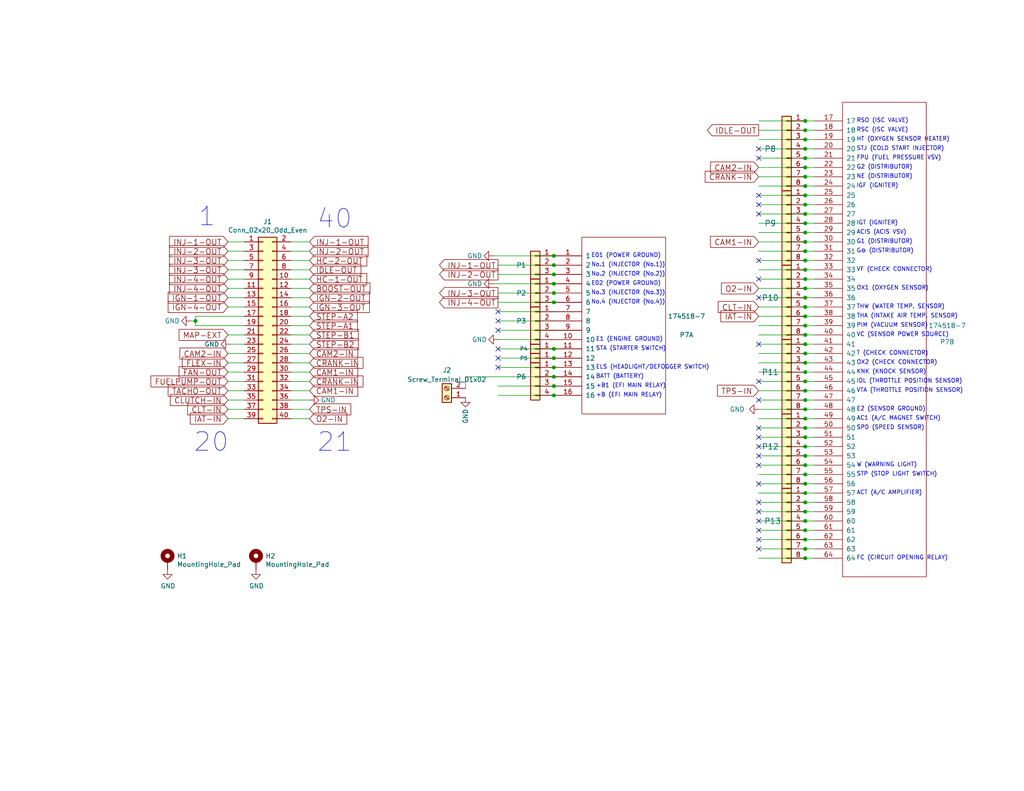
<source format=kicad_sch>
(kicad_sch (version 20211123) (generator eeschema)
  (paper "A")
  (title_block (title "Speeduino 1990 R1 3S-GE ECU adapter by Jules van den Aker") (date "2017-02-05"))
  (lib_symbols
    (symbol "0174518-07:0174518-07" (pin_names (offset 1.016))
      (property "Reference" "P" (at 0 -2.54 0))
      (property "Value" "0174518-07" (at 0 2.54 0))
      (symbol "0174518-07_1_0"
        (rectangle (start -11.43 -24.13) (end 11.43 24.13))
      )
      (symbol "0174518-07_1_1"
        (pin passive line (at -19.05 19.05 0) (length 7.62) (name "1") (number "1"))
        (pin passive line (at -19.05 -3.81 0) (length 7.62) (name "10") (number "10"))
        (pin passive line (at -19.05 -6.35 0) (length 7.62) (name "11") (number "11"))
        (pin passive line (at -19.05 -8.89 0) (length 7.62) (name "12") (number "12"))
        (pin passive line (at -19.05 -11.43 0) (length 7.62) (name "13") (number "13"))
        (pin passive line (at -19.05 -13.97 0) (length 7.62) (name "14") (number "14"))
        (pin passive line (at -19.05 -16.51 0) (length 7.62) (name "15") (number "15"))
        (pin passive line (at -19.05 -19.05 0) (length 7.62) (name "16") (number "16"))
        (pin passive line (at -19.05 16.51 0) (length 7.62) (name "2") (number "2"))
        (pin passive line (at -19.05 13.97 0) (length 7.62) (name "3") (number "3"))
        (pin passive line (at -19.05 11.43 0) (length 7.62) (name "4") (number "4"))
        (pin passive line (at -19.05 8.89 0) (length 7.62) (name "5") (number "5"))
        (pin passive line (at -19.05 6.35 0) (length 7.62) (name "6") (number "6"))
        (pin passive line (at -19.05 3.81 0) (length 7.62) (name "7") (number "7"))
        (pin passive line (at -19.05 1.27 0) (length 7.62) (name "8") (number "8"))
        (pin passive line (at -19.05 -1.27 0) (length 7.62) (name "9") (number "9"))
      )
      (symbol "0174518-07_2_0"
        (rectangle (start -11.43 -64.77) (end 11.43 64.77))
      )
      (symbol "0174518-07_2_1"
        (pin passive line (at -19.05 59.69 0) (length 7.62) (name "17") (number "17"))
        (pin passive line (at -19.05 57.15 0) (length 7.62) (name "18") (number "18"))
        (pin passive line (at -19.05 54.61 0) (length 7.62) (name "19") (number "19"))
        (pin passive line (at -19.05 52.07 0) (length 7.62) (name "20") (number "20"))
        (pin passive line (at -19.05 49.53 0) (length 7.62) (name "21") (number "21"))
        (pin passive line (at -19.05 46.99 0) (length 7.62) (name "22") (number "22"))
        (pin passive line (at -19.05 44.45 0) (length 7.62) (name "23") (number "23"))
        (pin passive line (at -19.05 41.91 0) (length 7.62) (name "24") (number "24"))
        (pin passive line (at -19.05 39.37 0) (length 7.62) (name "25") (number "25"))
        (pin passive line (at -19.05 36.83 0) (length 7.62) (name "26") (number "26"))
        (pin passive line (at -19.05 34.29 0) (length 7.62) (name "27") (number "27"))
        (pin passive line (at -19.05 31.75 0) (length 7.62) (name "28") (number "28"))
        (pin passive line (at -19.05 29.21 0) (length 7.62) (name "29") (number "29"))
        (pin passive line (at -19.05 26.67 0) (length 7.62) (name "30") (number "30"))
        (pin passive line (at -19.05 24.13 0) (length 7.62) (name "31") (number "31"))
        (pin passive line (at -19.05 21.59 0) (length 7.62) (name "32") (number "32"))
        (pin passive line (at -19.05 19.05 0) (length 7.62) (name "33") (number "33"))
        (pin passive line (at -19.05 16.51 0) (length 7.62) (name "34") (number "34"))
        (pin passive line (at -19.05 13.97 0) (length 7.62) (name "35") (number "35"))
        (pin passive line (at -19.05 11.43 0) (length 7.62) (name "36") (number "36"))
        (pin passive line (at -19.05 8.89 0) (length 7.62) (name "37") (number "37"))
        (pin passive line (at -19.05 6.35 0) (length 7.62) (name "38") (number "38"))
        (pin passive line (at -19.05 3.81 0) (length 7.62) (name "39") (number "39"))
        (pin passive line (at -19.05 1.27 0) (length 7.62) (name "40") (number "40"))
        (pin passive line (at -19.05 -1.27 0) (length 7.62) (name "41") (number "41"))
        (pin passive line (at -19.05 -3.81 0) (length 7.62) (name "42") (number "42"))
        (pin passive line (at -19.05 -6.35 0) (length 7.62) (name "43") (number "43"))
        (pin passive line (at -19.05 -8.89 0) (length 7.62) (name "44") (number "44"))
        (pin passive line (at -19.05 -11.43 0) (length 7.62) (name "45") (number "45"))
        (pin passive line (at -19.05 -13.97 0) (length 7.62) (name "46") (number "46"))
        (pin passive line (at -19.05 -16.51 0) (length 7.62) (name "47") (number "47"))
        (pin passive line (at -19.05 -19.05 0) (length 7.62) (name "48") (number "48"))
        (pin passive line (at -19.05 -21.59 0) (length 7.62) (name "49") (number "49"))
        (pin passive line (at -19.05 -24.13 0) (length 7.62) (name "50") (number "50"))
        (pin passive line (at -19.05 -26.67 0) (length 7.62) (name "51") (number "51"))
        (pin passive line (at -19.05 -29.21 0) (length 7.62) (name "52") (number "52"))
        (pin passive line (at -19.05 -31.75 0) (length 7.62) (name "53") (number "53"))
        (pin passive line (at -19.05 -34.29 0) (length 7.62) (name "54") (number "54"))
        (pin passive line (at -19.05 -36.83 0) (length 7.62) (name "55") (number "55"))
        (pin passive line (at -19.05 -39.37 0) (length 7.62) (name "56") (number "56"))
        (pin passive line (at -19.05 -41.91 0) (length 7.62) (name "57") (number "57"))
        (pin passive line (at -19.05 -44.45 0) (length 7.62) (name "58") (number "58"))
        (pin passive line (at -19.05 -46.99 0) (length 7.62) (name "59") (number "59"))
        (pin passive line (at -19.05 -49.53 0) (length 7.62) (name "60") (number "60"))
        (pin passive line (at -19.05 -52.07 0) (length 7.62) (name "61") (number "61"))
        (pin passive line (at -19.05 -54.61 0) (length 7.62) (name "62") (number "62"))
        (pin passive line (at -19.05 -57.15 0) (length 7.62) (name "63") (number "63"))
        (pin passive line (at -19.05 -59.69 0) (length 7.62) (name "64") (number "64"))
      )
    )
    (symbol "Connector:Screw_Terminal_01x02" (pin_names (offset 1.016) hide)
      (property "Reference" "J" (at 0 2.54 0))
      (property "Value" "Screw_Terminal_01x02" (at 0 -5.08 0))
      (symbol "Screw_Terminal_01x02_1_1"
        (rectangle (start -1.27 1.27) (end 1.27 -3.81) (stroke (width 0.254)) (fill (type background)))
        (circle (center 0 -2.54) (radius 0.635) (stroke (width 0.1524)))
        (polyline (pts (xy -0.5334 -2.2098) (xy 0.3302 -3.048)) (stroke (width 0.1524)))
        (polyline (pts (xy -0.5334 0.3302) (xy 0.3302 -0.508)) (stroke (width 0.1524)))
        (polyline (pts (xy -0.3556 -2.032) (xy 0.508 -2.8702)) (stroke (width 0.1524)))
        (polyline (pts (xy -0.3556 0.508) (xy 0.508 -0.3302)) (stroke (width 0.1524)))
        (circle (center 0 0) (radius 0.635) (stroke (width 0.1524)))
        (pin passive line (at -5.08 0 0) (length 3.81) (name "Pin_1") (number "1"))
        (pin passive line (at -5.08 -2.54 0) (length 3.81) (name "Pin_2") (number "2"))
      )
    )
    (symbol "Connector_Generic:Conn_01x01" (pin_names (offset 1.016) hide)
      (property "Reference" "J" (at 0 2.54 0))
      (property "Value" "Conn_01x01" (at 0 -2.54 0))
      (symbol "Conn_01x01_1_1"
        (rectangle (start -1.27 0.127) (end 0 -0.127) (stroke (width 0.1524)))
        (rectangle (start -1.27 1.27) (end 1.27 -1.27) (stroke (width 0.254)) (fill (type background)))
        (pin passive line (at -5.08 0 0) (length 3.81) (name "Pin_1") (number "1"))
      )
    )
    (symbol "Connector_Generic:Conn_01x03" (pin_names (offset 1.016) hide)
      (property "Reference" "J" (at 0 5.08 0))
      (property "Value" "Conn_01x03" (at 0 -5.08 0))
      (symbol "Conn_01x03_1_1"
        (rectangle (start -1.27 -2.413) (end 0 -2.667) (stroke (width 0.1524)))
        (rectangle (start -1.27 0.127) (end 0 -0.127) (stroke (width 0.1524)))
        (rectangle (start -1.27 2.667) (end 0 2.413) (stroke (width 0.1524)))
        (rectangle (start -1.27 3.81) (end 1.27 -3.81) (stroke (width 0.254)) (fill (type background)))
        (pin passive line (at -5.08 2.54 0) (length 3.81) (name "Pin_1") (number "1"))
        (pin passive line (at -5.08 0 0) (length 3.81) (name "Pin_2") (number "2"))
        (pin passive line (at -5.08 -2.54 0) (length 3.81) (name "Pin_3") (number "3"))
      )
    )
    (symbol "Connector_Generic:Conn_01x04" (pin_names (offset 1.016) hide)
      (property "Reference" "J" (at 0 5.08 0))
      (property "Value" "Conn_01x04" (at 0 -7.62 0))
      (symbol "Conn_01x04_1_1"
        (rectangle (start -1.27 -4.953) (end 0 -5.207) (stroke (width 0.1524)))
        (rectangle (start -1.27 -2.413) (end 0 -2.667) (stroke (width 0.1524)))
        (rectangle (start -1.27 0.127) (end 0 -0.127) (stroke (width 0.1524)))
        (rectangle (start -1.27 2.667) (end 0 2.413) (stroke (width 0.1524)))
        (rectangle (start -1.27 3.81) (end 1.27 -6.35) (stroke (width 0.254)) (fill (type background)))
        (pin passive line (at -5.08 2.54 0) (length 3.81) (name "Pin_1") (number "1"))
        (pin passive line (at -5.08 0 0) (length 3.81) (name "Pin_2") (number "2"))
        (pin passive line (at -5.08 -2.54 0) (length 3.81) (name "Pin_3") (number "3"))
        (pin passive line (at -5.08 -5.08 0) (length 3.81) (name "Pin_4") (number "4"))
      )
    )
    (symbol "Connector_Generic:Conn_01x08" (pin_names (offset 1.016) hide)
      (property "Reference" "J" (at 0 10.16 0))
      (property "Value" "Conn_01x08" (at 0 -12.7 0))
      (symbol "Conn_01x08_1_1"
        (rectangle (start -1.27 -10.033) (end 0 -10.287) (stroke (width 0.1524)))
        (rectangle (start -1.27 -7.493) (end 0 -7.747) (stroke (width 0.1524)))
        (rectangle (start -1.27 -4.953) (end 0 -5.207) (stroke (width 0.1524)))
        (rectangle (start -1.27 -2.413) (end 0 -2.667) (stroke (width 0.1524)))
        (rectangle (start -1.27 0.127) (end 0 -0.127) (stroke (width 0.1524)))
        (rectangle (start -1.27 2.667) (end 0 2.413) (stroke (width 0.1524)))
        (rectangle (start -1.27 5.207) (end 0 4.953) (stroke (width 0.1524)))
        (rectangle (start -1.27 7.747) (end 0 7.493) (stroke (width 0.1524)))
        (rectangle (start -1.27 8.89) (end 1.27 -11.43) (stroke (width 0.254)) (fill (type background)))
        (pin passive line (at -5.08 7.62 0) (length 3.81) (name "Pin_1") (number "1"))
        (pin passive line (at -5.08 5.08 0) (length 3.81) (name "Pin_2") (number "2"))
        (pin passive line (at -5.08 2.54 0) (length 3.81) (name "Pin_3") (number "3"))
        (pin passive line (at -5.08 0 0) (length 3.81) (name "Pin_4") (number "4"))
        (pin passive line (at -5.08 -2.54 0) (length 3.81) (name "Pin_5") (number "5"))
        (pin passive line (at -5.08 -5.08 0) (length 3.81) (name "Pin_6") (number "6"))
        (pin passive line (at -5.08 -7.62 0) (length 3.81) (name "Pin_7") (number "7"))
        (pin passive line (at -5.08 -10.16 0) (length 3.81) (name "Pin_8") (number "8"))
      )
    )
    (symbol "Connector_Generic:Conn_02x20_Odd_Even" (pin_names (offset 1.016) hide)
      (property "Reference" "J" (at 1.27 25.4 0))
      (property "Value" "Conn_02x20_Odd_Even" (at 1.27 -27.94 0))
      (symbol "Conn_02x20_Odd_Even_1_1"
        (rectangle (start -1.27 -25.273) (end 0 -25.527) (stroke (width 0.1524)))
        (rectangle (start -1.27 -22.733) (end 0 -22.987) (stroke (width 0.1524)))
        (rectangle (start -1.27 -20.193) (end 0 -20.447) (stroke (width 0.1524)))
        (rectangle (start -1.27 -17.653) (end 0 -17.907) (stroke (width 0.1524)))
        (rectangle (start -1.27 -15.113) (end 0 -15.367) (stroke (width 0.1524)))
        (rectangle (start -1.27 -12.573) (end 0 -12.827) (stroke (width 0.1524)))
        (rectangle (start -1.27 -10.033) (end 0 -10.287) (stroke (width 0.1524)))
        (rectangle (start -1.27 -7.493) (end 0 -7.747) (stroke (width 0.1524)))
        (rectangle (start -1.27 -4.953) (end 0 -5.207) (stroke (width 0.1524)))
        (rectangle (start -1.27 -2.413) (end 0 -2.667) (stroke (width 0.1524)))
        (rectangle (start -1.27 0.127) (end 0 -0.127) (stroke (width 0.1524)))
        (rectangle (start -1.27 2.667) (end 0 2.413) (stroke (width 0.1524)))
        (rectangle (start -1.27 5.207) (end 0 4.953) (stroke (width 0.1524)))
        (rectangle (start -1.27 7.747) (end 0 7.493) (stroke (width 0.1524)))
        (rectangle (start -1.27 10.287) (end 0 10.033) (stroke (width 0.1524)))
        (rectangle (start -1.27 12.827) (end 0 12.573) (stroke (width 0.1524)))
        (rectangle (start -1.27 15.367) (end 0 15.113) (stroke (width 0.1524)))
        (rectangle (start -1.27 17.907) (end 0 17.653) (stroke (width 0.1524)))
        (rectangle (start -1.27 20.447) (end 0 20.193) (stroke (width 0.1524)))
        (rectangle (start -1.27 22.987) (end 0 22.733) (stroke (width 0.1524)))
        (rectangle (start -1.27 24.13) (end 3.81 -26.67) (stroke (width 0.254)) (fill (type background)))
        (rectangle (start 3.81 -25.273) (end 2.54 -25.527) (stroke (width 0.1524)))
        (rectangle (start 3.81 -22.733) (end 2.54 -22.987) (stroke (width 0.1524)))
        (rectangle (start 3.81 -20.193) (end 2.54 -20.447) (stroke (width 0.1524)))
        (rectangle (start 3.81 -17.653) (end 2.54 -17.907) (stroke (width 0.1524)))
        (rectangle (start 3.81 -15.113) (end 2.54 -15.367) (stroke (width 0.1524)))
        (rectangle (start 3.81 -12.573) (end 2.54 -12.827) (stroke (width 0.1524)))
        (rectangle (start 3.81 -10.033) (end 2.54 -10.287) (stroke (width 0.1524)))
        (rectangle (start 3.81 -7.493) (end 2.54 -7.747) (stroke (width 0.1524)))
        (rectangle (start 3.81 -4.953) (end 2.54 -5.207) (stroke (width 0.1524)))
        (rectangle (start 3.81 -2.413) (end 2.54 -2.667) (stroke (width 0.1524)))
        (rectangle (start 3.81 0.127) (end 2.54 -0.127) (stroke (width 0.1524)))
        (rectangle (start 3.81 2.667) (end 2.54 2.413) (stroke (width 0.1524)))
        (rectangle (start 3.81 5.207) (end 2.54 4.953) (stroke (width 0.1524)))
        (rectangle (start 3.81 7.747) (end 2.54 7.493) (stroke (width 0.1524)))
        (rectangle (start 3.81 10.287) (end 2.54 10.033) (stroke (width 0.1524)))
        (rectangle (start 3.81 12.827) (end 2.54 12.573) (stroke (width 0.1524)))
        (rectangle (start 3.81 15.367) (end 2.54 15.113) (stroke (width 0.1524)))
        (rectangle (start 3.81 17.907) (end 2.54 17.653) (stroke (width 0.1524)))
        (rectangle (start 3.81 20.447) (end 2.54 20.193) (stroke (width 0.1524)))
        (rectangle (start 3.81 22.987) (end 2.54 22.733) (stroke (width 0.1524)))
        (pin passive line (at -5.08 22.86 0) (length 3.81) (name "Pin_1") (number "1"))
        (pin passive line (at 7.62 12.7 180) (length 3.81) (name "Pin_10") (number "10"))
        (pin passive line (at -5.08 10.16 0) (length 3.81) (name "Pin_11") (number "11"))
        (pin passive line (at 7.62 10.16 180) (length 3.81) (name "Pin_12") (number "12"))
        (pin passive line (at -5.08 7.62 0) (length 3.81) (name "Pin_13") (number "13"))
        (pin passive line (at 7.62 7.62 180) (length 3.81) (name "Pin_14") (number "14"))
        (pin passive line (at -5.08 5.08 0) (length 3.81) (name "Pin_15") (number "15"))
        (pin passive line (at 7.62 5.08 180) (length 3.81) (name "Pin_16") (number "16"))
        (pin passive line (at -5.08 2.54 0) (length 3.81) (name "Pin_17") (number "17"))
        (pin passive line (at 7.62 2.54 180) (length 3.81) (name "Pin_18") (number "18"))
        (pin passive line (at -5.08 0 0) (length 3.81) (name "Pin_19") (number "19"))
        (pin passive line (at 7.62 22.86 180) (length 3.81) (name "Pin_2") (number "2"))
        (pin passive line (at 7.62 0 180) (length 3.81) (name "Pin_20") (number "20"))
        (pin passive line (at -5.08 -2.54 0) (length 3.81) (name "Pin_21") (number "21"))
        (pin passive line (at 7.62 -2.54 180) (length 3.81) (name "Pin_22") (number "22"))
        (pin passive line (at -5.08 -5.08 0) (length 3.81) (name "Pin_23") (number "23"))
        (pin passive line (at 7.62 -5.08 180) (length 3.81) (name "Pin_24") (number "24"))
        (pin passive line (at -5.08 -7.62 0) (length 3.81) (name "Pin_25") (number "25"))
        (pin passive line (at 7.62 -7.62 180) (length 3.81) (name "Pin_26") (number "26"))
        (pin passive line (at -5.08 -10.16 0) (length 3.81) (name "Pin_27") (number "27"))
        (pin passive line (at 7.62 -10.16 180) (length 3.81) (name "Pin_28") (number "28"))
        (pin passive line (at -5.08 -12.7 0) (length 3.81) (name "Pin_29") (number "29"))
        (pin passive line (at -5.08 20.32 0) (length 3.81) (name "Pin_3") (number "3"))
        (pin passive line (at 7.62 -12.7 180) (length 3.81) (name "Pin_30") (number "30"))
        (pin passive line (at -5.08 -15.24 0) (length 3.81) (name "Pin_31") (number "31"))
        (pin passive line (at 7.62 -15.24 180) (length 3.81) (name "Pin_32") (number "32"))
        (pin passive line (at -5.08 -17.78 0) (length 3.81) (name "Pin_33") (number "33"))
        (pin passive line (at 7.62 -17.78 180) (length 3.81) (name "Pin_34") (number "34"))
        (pin passive line (at -5.08 -20.32 0) (length 3.81) (name "Pin_35") (number "35"))
        (pin passive line (at 7.62 -20.32 180) (length 3.81) (name "Pin_36") (number "36"))
        (pin passive line (at -5.08 -22.86 0) (length 3.81) (name "Pin_37") (number "37"))
        (pin passive line (at 7.62 -22.86 180) (length 3.81) (name "Pin_38") (number "38"))
        (pin passive line (at -5.08 -25.4 0) (length 3.81) (name "Pin_39") (number "39"))
        (pin passive line (at 7.62 20.32 180) (length 3.81) (name "Pin_4") (number "4"))
        (pin passive line (at 7.62 -25.4 180) (length 3.81) (name "Pin_40") (number "40"))
        (pin passive line (at -5.08 17.78 0) (length 3.81) (name "Pin_5") (number "5"))
        (pin passive line (at 7.62 17.78 180) (length 3.81) (name "Pin_6") (number "6"))
        (pin passive line (at -5.08 15.24 0) (length 3.81) (name "Pin_7") (number "7"))
        (pin passive line (at 7.62 15.24 180) (length 3.81) (name "Pin_8") (number "8"))
        (pin passive line (at -5.08 12.7 0) (length 3.81) (name "Pin_9") (number "9"))
      )
    )
    (symbol "GND_1" (power) (pin_names (offset 0))
      (property "Value" "GND_1" (at 0 -3.81 0))
      (symbol "GND_1_0_1"
        (polyline (pts (xy 0 0) (xy 0 -1.27) (xy 1.27 -1.27) (xy 0 -2.54) (xy -1.27 -1.27) (xy 0 -1.27)))
      )
      (symbol "GND_1_1_1"
        (pin power_in line (at 0 0 270) (length 0) hide (name "GND") (number "1"))
      )
    )
    (symbol "Mechanical:MountingHole_Pad" (pin_numbers hide) (pin_names (offset 1.016) hide)
      (property "Reference" "H" (at 0 6.35 0))
      (property "Value" "MountingHole_Pad" (at 0 4.445 0))
      (symbol "MountingHole_Pad_0_1"
        (circle (center 0 1.27) (radius 1.27) (stroke (width 1.27)))
      )
      (symbol "MountingHole_Pad_1_1"
        (pin input line (at 0 -2.54 90) (length 2.54) (name "1") (number "1"))
      )
    )
    (symbol "power:GND" (power) (pin_names (offset 0))
      (property "Value" "GND" (at 0 -3.81 0))
      (symbol "GND_0_1"
        (polyline (pts (xy 0 0) (xy 0 -1.27) (xy 1.27 -1.27) (xy 0 -2.54) (xy -1.27 -1.27) (xy 0 -1.27)))
      )
      (symbol "GND_1_1"
        (pin power_in line (at 0 0 270) (length 0) hide (name "GND") (number "1"))
      )
    )
  )
  (junction (at 219.71 109.22))
  (junction (at 219.71 33.02))
  (junction (at 219.71 147.32))
  (junction (at 219.71 55.88))
  (junction (at 219.71 68.58))
  (junction (at 151.13 82.55))
  (junction (at 219.71 114.3))
  (junction (at 219.71 129.54))
  (junction (at 219.71 91.44))
  (junction (at 219.71 116.84))
  (junction (at 219.71 45.72))
  (junction (at 219.71 149.86))
  (junction (at 151.13 105.41))
  (junction (at 219.71 60.96))
  (junction (at 151.13 95.25))
  (junction (at 219.71 38.1))
  (junction (at 219.71 66.04))
  (junction (at 219.71 63.5))
  (junction (at 219.71 137.16))
  (junction (at 219.71 48.26))
  (junction (at 219.71 88.9))
  (junction (at 219.71 101.6))
  (junction (at 219.71 132.08))
  (junction (at 151.13 100.33))
  (junction (at 219.71 93.98))
  (junction (at 151.13 69.85))
  (junction (at 151.13 77.47))
  (junction (at 219.71 58.42))
  (junction (at 151.13 80.01))
  (junction (at 219.71 139.7))
  (junction (at 151.13 74.93))
  (junction (at 151.13 102.87))
  (junction (at 219.71 121.92))
  (junction (at 219.71 124.46))
  (junction (at 219.71 71.12))
  (junction (at 219.71 134.62))
  (junction (at 219.71 86.36))
  (junction (at 219.71 73.66))
  (junction (at 53.34 87.63))
  (junction (at 219.71 106.68))
  (junction (at 219.71 35.56))
  (junction (at 151.13 72.39))
  (junction (at 219.71 142.24))
  (junction (at 219.71 78.74))
  (junction (at 219.71 83.82))
  (junction (at 219.71 99.06))
  (junction (at 219.71 50.8))
  (junction (at 219.71 144.78))
  (junction (at 219.71 81.28))
  (junction (at 219.71 96.52))
  (junction (at 219.71 127))
  (junction (at 151.13 97.79))
  (junction (at 219.71 104.14))
  (junction (at 219.71 111.76))
  (junction (at 219.71 119.38))
  (junction (at 219.71 76.2))
  (junction (at 219.71 152.4))
  (junction (at 219.71 43.18))
  (junction (at 151.13 107.95))
  (junction (at 219.71 53.34))
  (junction (at 219.71 40.64))
  (no_connect (at 207.01 132.08))
  (no_connect (at 135.89 100.33))
  (no_connect (at 207.01 40.64))
  (no_connect (at 207.01 109.22))
  (no_connect (at 207.01 76.2))
  (no_connect (at 135.89 97.79))
  (no_connect (at 207.01 144.78))
  (no_connect (at 207.01 55.88))
  (no_connect (at 207.01 53.34))
  (no_connect (at 207.01 149.86))
  (no_connect (at 207.01 58.42))
  (no_connect (at 207.01 147.32))
  (no_connect (at 207.01 43.18))
  (no_connect (at 207.01 93.98))
  (no_connect (at 207.01 137.16))
  (no_connect (at 207.01 127))
  (no_connect (at 207.01 119.38))
  (no_connect (at 207.01 104.14))
  (no_connect (at 207.01 81.28))
  (no_connect (at 207.01 139.7))
  (no_connect (at 207.01 142.24))
  (no_connect (at 207.01 124.46))
  (no_connect (at 135.89 85.09))
  (no_connect (at 207.01 116.84))
  (no_connect (at 135.89 90.17))
  (no_connect (at 135.89 87.63))
  (no_connect (at 135.89 95.25))
  (no_connect (at 207.01 71.12))
  (no_connect (at 207.01 121.92))
  (wire (pts (xy 79.375 93.98) (xy 84.455 93.98)))
  (wire (pts (xy 135.89 74.93) (xy 151.13 74.93)))
  (wire (pts (xy 207.01 40.64) (xy 219.71 40.64)))
  (wire (pts (xy 62.23 81.28) (xy 66.675 81.28)))
  (wire (pts (xy 207.01 96.52) (xy 219.71 96.52)))
  (wire (pts (xy 79.375 73.66) (xy 84.455 73.66)))
  (wire (pts (xy 219.71 119.38) (xy 222.25 119.38)))
  (wire (pts (xy 207.01 71.12) (xy 219.71 71.12)))
  (wire (pts (xy 135.89 80.01) (xy 151.13 80.01)))
  (wire (pts (xy 62.23 104.14) (xy 66.675 104.14)))
  (wire (pts (xy 219.71 104.14) (xy 222.25 104.14)))
  (wire (pts (xy 127 102.87) (xy 127 106.045)))
  (wire (pts (xy 79.375 91.44) (xy 84.455 91.44)))
  (wire (pts (xy 151.13 87.63) (xy 135.89 87.63)))
  (wire (pts (xy 207.01 124.46) (xy 219.71 124.46)))
  (wire (pts (xy 207.01 129.54) (xy 219.71 129.54)))
  (wire (pts (xy 135.89 95.25) (xy 151.13 95.25)))
  (wire (pts (xy 207.01 33.02) (xy 219.71 33.02)))
  (wire (pts (xy 219.71 38.1) (xy 222.25 38.1)))
  (wire (pts (xy 207.01 86.36) (xy 219.71 86.36)))
  (wire (pts (xy 207.01 144.78) (xy 219.71 144.78)))
  (wire (pts (xy 207.01 66.04) (xy 219.71 66.04)))
  (wire (pts (xy 219.71 121.92) (xy 222.25 121.92)))
  (wire (pts (xy 135.89 107.95) (xy 151.13 107.95)))
  (wire (pts (xy 219.71 35.56) (xy 222.25 35.56)))
  (wire (pts (xy 207.01 111.76) (xy 219.71 111.76)))
  (wire (pts (xy 219.71 142.24) (xy 222.25 142.24)))
  (wire (pts (xy 219.71 50.8) (xy 222.25 50.8)))
  (wire (pts (xy 219.71 71.12) (xy 222.25 71.12)))
  (wire (pts (xy 62.23 68.58) (xy 66.675 68.58)))
  (wire (pts (xy 134.62 77.47) (xy 151.13 77.47)))
  (wire (pts (xy 207.01 152.4) (xy 219.71 152.4)))
  (wire (pts (xy 219.71 91.44) (xy 222.25 91.44)))
  (wire (pts (xy 134.62 69.85) (xy 151.13 69.85)))
  (wire (pts (xy 219.71 99.06) (xy 222.25 99.06)))
  (wire (pts (xy 79.375 96.52) (xy 84.455 96.52)))
  (wire (pts (xy 79.375 66.04) (xy 84.455 66.04)))
  (wire (pts (xy 207.01 101.6) (xy 219.71 101.6)))
  (wire (pts (xy 62.23 96.52) (xy 66.675 96.52)))
  (wire (pts (xy 207.01 134.62) (xy 219.71 134.62)))
  (wire (pts (xy 219.71 63.5) (xy 222.25 63.5)))
  (wire (pts (xy 219.71 127) (xy 222.25 127)))
  (wire (pts (xy 207.01 83.82) (xy 219.71 83.82)))
  (wire (pts (xy 219.71 45.72) (xy 222.25 45.72)))
  (wire (pts (xy 79.375 114.3) (xy 84.455 114.3)))
  (wire (pts (xy 219.71 33.02) (xy 222.25 33.02)))
  (wire (pts (xy 207.01 91.44) (xy 219.71 91.44)))
  (wire (pts (xy 207.01 81.28) (xy 219.71 81.28)))
  (wire (pts (xy 79.375 104.14) (xy 84.455 104.14)))
  (wire (pts (xy 207.01 139.7) (xy 219.71 139.7)))
  (wire (pts (xy 79.375 88.9) (xy 84.455 88.9)))
  (wire (pts (xy 219.71 58.42) (xy 222.25 58.42)))
  (wire (pts (xy 219.71 114.3) (xy 222.25 114.3)))
  (wire (pts (xy 219.71 68.58) (xy 222.25 68.58)))
  (wire (pts (xy 207.01 149.86) (xy 219.71 149.86)))
  (wire (pts (xy 79.375 101.6) (xy 84.455 101.6)))
  (wire (pts (xy 62.23 114.3) (xy 66.675 114.3)))
  (wire (pts (xy 207.01 58.42) (xy 219.71 58.42)))
  (wire (pts (xy 151.13 90.17) (xy 135.89 90.17)))
  (wire (pts (xy 219.71 137.16) (xy 222.25 137.16)))
  (wire (pts (xy 79.375 83.82) (xy 84.455 83.82)))
  (wire (pts (xy 207.01 114.3) (xy 219.71 114.3)))
  (wire (pts (xy 66.675 86.36) (xy 53.34 86.36)))
  (wire (pts (xy 219.71 116.84) (xy 222.25 116.84)))
  (wire (pts (xy 62.23 106.68) (xy 66.675 106.68)))
  (wire (pts (xy 79.375 106.68) (xy 84.455 106.68)))
  (wire (pts (xy 79.375 109.22) (xy 84.455 109.22)))
  (wire (pts (xy 135.89 85.09) (xy 151.13 85.09)))
  (wire (pts (xy 207.01 45.72) (xy 219.71 45.72)))
  (wire (pts (xy 219.71 111.76) (xy 222.25 111.76)))
  (wire (pts (xy 207.01 127) (xy 219.71 127)))
  (wire (pts (xy 79.375 78.74) (xy 84.455 78.74)))
  (wire (pts (xy 207.01 142.24) (xy 219.71 142.24)))
  (wire (pts (xy 219.71 96.52) (xy 222.25 96.52)))
  (wire (pts (xy 207.01 147.32) (xy 219.71 147.32)))
  (wire (pts (xy 62.23 109.22) (xy 66.675 109.22)))
  (wire (pts (xy 79.375 99.06) (xy 84.455 99.06)))
  (wire (pts (xy 135.89 72.39) (xy 151.13 72.39)))
  (wire (pts (xy 219.71 109.22) (xy 222.25 109.22)))
  (wire (pts (xy 207.01 109.22) (xy 219.71 109.22)))
  (wire (pts (xy 62.23 73.66) (xy 66.675 73.66)))
  (wire (pts (xy 207.01 137.16) (xy 219.71 137.16)))
  (wire (pts (xy 207.01 121.92) (xy 219.71 121.92)))
  (wire (pts (xy 135.89 82.55) (xy 151.13 82.55)))
  (wire (pts (xy 62.865 93.98) (xy 66.675 93.98)))
  (wire (pts (xy 219.71 86.36) (xy 222.25 86.36)))
  (wire (pts (xy 66.675 88.9) (xy 53.34 88.9)))
  (wire (pts (xy 79.375 76.2) (xy 84.455 76.2)))
  (wire (pts (xy 207.01 43.18) (xy 219.71 43.18)))
  (wire (pts (xy 219.71 132.08) (xy 222.25 132.08)))
  (wire (pts (xy 207.01 88.9) (xy 219.71 88.9)))
  (wire (pts (xy 219.71 93.98) (xy 222.25 93.98)))
  (wire (pts (xy 62.23 76.2) (xy 66.675 76.2)))
  (wire (pts (xy 219.71 134.62) (xy 222.25 134.62)))
  (wire (pts (xy 53.34 87.63) (xy 52.07 87.63)))
  (wire (pts (xy 219.71 81.28) (xy 222.25 81.28)))
  (wire (pts (xy 219.71 55.88) (xy 222.25 55.88)))
  (wire (pts (xy 62.23 91.44) (xy 66.675 91.44)))
  (wire (pts (xy 62.23 111.76) (xy 66.675 111.76)))
  (wire (pts (xy 219.71 144.78) (xy 222.25 144.78)))
  (wire (pts (xy 135.89 92.71) (xy 151.13 92.71)))
  (wire (pts (xy 219.71 60.96) (xy 222.25 60.96)))
  (wire (pts (xy 62.23 78.74) (xy 66.675 78.74)))
  (wire (pts (xy 219.71 106.68) (xy 222.25 106.68)))
  (wire (pts (xy 219.71 78.74) (xy 222.25 78.74)))
  (wire (pts (xy 207.01 119.38) (xy 219.71 119.38)))
  (wire (pts (xy 219.71 124.46) (xy 222.25 124.46)))
  (wire (pts (xy 219.71 48.26) (xy 222.25 48.26)))
  (wire (pts (xy 219.71 129.54) (xy 222.25 129.54)))
  (wire (pts (xy 207.01 38.1) (xy 219.71 38.1)))
  (wire (pts (xy 62.23 101.6) (xy 66.675 101.6)))
  (wire (pts (xy 207.01 68.58) (xy 219.71 68.58)))
  (wire (pts (xy 219.71 43.18) (xy 222.25 43.18)))
  (wire (pts (xy 79.375 111.76) (xy 84.455 111.76)))
  (wire (pts (xy 62.23 66.04) (xy 66.675 66.04)))
  (wire (pts (xy 219.71 40.64) (xy 222.25 40.64)))
  (wire (pts (xy 207.01 73.66) (xy 219.71 73.66)))
  (wire (pts (xy 135.89 97.79) (xy 151.13 97.79)))
  (wire (pts (xy 207.01 116.84) (xy 219.71 116.84)))
  (wire (pts (xy 207.01 63.5) (xy 219.71 63.5)))
  (wire (pts (xy 207.01 35.56) (xy 219.71 35.56)))
  (wire (pts (xy 219.71 88.9) (xy 222.25 88.9)))
  (wire (pts (xy 219.71 66.04) (xy 222.25 66.04)))
  (wire (pts (xy 207.01 93.98) (xy 219.71 93.98)))
  (wire (pts (xy 207.01 60.96) (xy 219.71 60.96)))
  (wire (pts (xy 207.01 78.74) (xy 219.71 78.74)))
  (wire (pts (xy 219.71 76.2) (xy 222.25 76.2)))
  (wire (pts (xy 207.01 76.2) (xy 219.71 76.2)))
  (wire (pts (xy 207.01 104.14) (xy 219.71 104.14)))
  (wire (pts (xy 207.01 99.06) (xy 219.71 99.06)))
  (wire (pts (xy 219.71 147.32) (xy 222.25 147.32)))
  (wire (pts (xy 151.13 105.41) (xy 135.89 105.41)))
  (wire (pts (xy 207.01 53.34) (xy 219.71 53.34)))
  (wire (pts (xy 135.89 100.33) (xy 151.13 100.33)))
  (wire (pts (xy 127 102.87) (xy 151.13 102.87)))
  (wire (pts (xy 219.71 83.82) (xy 222.25 83.82)))
  (wire (pts (xy 207.01 55.88) (xy 219.71 55.88)))
  (wire (pts (xy 79.375 86.36) (xy 84.455 86.36)))
  (wire (pts (xy 79.375 81.28) (xy 84.455 81.28)))
  (wire (pts (xy 62.23 83.82) (xy 66.675 83.82)))
  (wire (pts (xy 207.01 106.68) (xy 219.71 106.68)))
  (wire (pts (xy 53.34 86.36) (xy 53.34 87.63)))
  (wire (pts (xy 53.34 88.9) (xy 53.34 87.63)))
  (wire (pts (xy 219.71 101.6) (xy 222.25 101.6)))
  (wire (pts (xy 207.01 48.26) (xy 219.71 48.26)))
  (wire (pts (xy 207.01 50.8) (xy 219.71 50.8)))
  (wire (pts (xy 207.01 132.08) (xy 219.71 132.08)))
  (wire (pts (xy 62.23 71.12) (xy 66.675 71.12)))
  (wire (pts (xy 79.375 71.12) (xy 84.455 71.12)))
  (wire (pts (xy 219.71 53.34) (xy 222.25 53.34)))
  (wire (pts (xy 219.71 149.86) (xy 222.25 149.86)))
  (wire (pts (xy 219.71 73.66) (xy 222.25 73.66)))
  (wire (pts (xy 219.71 139.7) (xy 222.25 139.7)))
  (wire (pts (xy 62.23 99.06) (xy 66.675 99.06)))
  (wire (pts (xy 79.375 68.58) (xy 84.455 68.58)))
  (wire (pts (xy 219.71 152.4) (xy 222.25 152.4)))
  (text "IGT (IGNITER)" (at 233.68 61.595 0) (effects (font (size 1.1176 1.1176)) (justify left bottom)))
  (text "W (WARNING LIGHT)" (at 233.68 127.635 0) (effects (font (size 1.1176 1.1176)) (justify left bottom)))
  (text "E02 (POWER GROUND)" (at 161.29 78.105 0) (effects (font (size 1.1176 1.1176)) (justify left bottom)))
  (text "No.4 (INJECTOR (No.4))" (at 161.29 83.185 0) (effects (font (size 1.1176 1.1176)) (justify left bottom)))
  (text "G1 (DISTRIBUTOR)" (at 233.68 66.675 0) (effects (font (size 1.1176 1.1176)) (justify left bottom)))
  (text "No.2 (INJECTOR (No.2))" (at 161.29 75.565 0) (effects (font (size 1.1176 1.1176)) (justify left bottom)))
  (text "21" (at 86.36 123.825 0) (effects (font (size 5.08 5.08)) (justify left bottom)))
  (text "KNK (KNOCK SENSOR)" (at 233.68 102.235 0) (effects (font (size 1.1176 1.1176)) (justify left bottom)))
  (text "NE (DISTRIBUTOR)" (at 233.68 48.895 0) (effects (font (size 1.1176 1.1176)) (justify left bottom)))
  (text "STA (STARTER SWITCH)" (at 162.56 95.885 0) (effects (font (size 1.1176 1.1176)) (justify left bottom)))
  (text "FPU (FUEL PRESSURE VSV)" (at 233.68 43.815 0) (effects (font (size 1.1176 1.1176)) (justify left bottom)))
  (text "ACT (A/C AMPLIFIER)" (at 233.68 135.255 0) (effects (font (size 1.1176 1.1176)) (justify left bottom)))
  (text "+B1 (EFI MAIN RELAY)" (at 162.56 106.045 0) (effects (font (size 1.1176 1.1176)) (justify left bottom)))
  (text "RSO (ISC VALVE)" (at 233.68 33.655 0) (effects (font (size 1.1176 1.1176)) (justify left bottom)))
  (text "ELS (HEADLIGHT/DEFOGGER SWITCH)" (at 162.56 100.965 0) (effects (font (size 1.1176 1.1176)) (justify left bottom)))
  (text "G⊝ (DISTRIBUTOR)" (at 233.68 69.215 0) (effects (font (size 1.1176 1.1176)) (justify left bottom)))
  (text "THA (INTAKE AIR TEMP. SENSOR)" (at 233.68 86.995 0) (effects (font (size 1.1176 1.1176)) (justify left bottom)))
  (text "No.3 (INJECTOR (No.3))" (at 161.29 80.645 0) (effects (font (size 1.1176 1.1176)) (justify left bottom)))
  (text "OX2 (CHECK CONNECTOR)" (at 233.68 99.695 0) (effects (font (size 1.1176 1.1176)) (justify left bottom)))
  (text "RSC (ISC VALVE)" (at 233.68 36.195 0) (effects (font (size 1.1176 1.1176)) (justify left bottom)))
  (text "VF (CHECK CONNECTOR)" (at 233.68 74.295 0) (effects (font (size 1.1176 1.1176)) (justify left bottom)))
  (text "HT (OXYGEN SENSOR HEATER)" (at 233.68 38.735 0) (effects (font (size 1.1176 1.1176)) (justify left bottom)))
  (text "T (CHECK CONNECTOR)" (at 233.68 97.155 0) (effects (font (size 1.1176 1.1176)) (justify left bottom)))
  (text "THW (WATER TEMP. SENSOR)" (at 233.68 84.455 0) (effects (font (size 1.1176 1.1176)) (justify left bottom)))
  (text "+B (EFI MAIN RELAY)" (at 162.56 108.585 0) (effects (font (size 1.1176 1.1176)) (justify left bottom)))
  (text "20" (at 52.705 123.825 0) (effects (font (size 5.08 5.08)) (justify left bottom)))
  (text "E01 (POWER GROUND)" (at 161.29 70.485 0) (effects (font (size 1.1176 1.1176)) (justify left bottom)))
  (text "1" (at 53.975 62.23 0) (effects (font (size 5.08 5.08)) (justify left bottom)))
  (text "IGF (IGNITER)" (at 233.68 51.435 0) (effects (font (size 1.1176 1.1176)) (justify left bottom)))
  (text "OX1 (OXYGEN SENSOR)" (at 233.68 79.375 0) (effects (font (size 1.1176 1.1176)) (justify left bottom)))
  (text "G2 (DISTRIBUTOR)" (at 233.68 46.355 0) (effects (font (size 1.1176 1.1176)) (justify left bottom)))
  (text "No.1 (INJECTOR (No.1))" (at 161.29 73.025 0) (effects (font (size 1.1176 1.1176)) (justify left bottom)))
  (text "FC (CIRCUIT OPENING RELAY)" (at 233.68 153.035 0) (effects (font (size 1.1176 1.1176)) (justify left bottom)))
  (text "VTA (THROTTLE POSITION SENSOR)" (at 233.68 107.315 0) (effects (font (size 1.1176 1.1176)) (justify left bottom)))
  (text "E2 (SENSOR GROUND)" (at 233.68 112.395 0) (effects (font (size 1.1176 1.1176)) (justify left bottom)))
  (text "40" (at 86.36 62.865 0) (effects (font (size 5.08 5.08)) (justify left bottom)))
  (text "VC (SENSOR POWER SOURCE)" (at 233.68 92.075 0) (effects (font (size 1.1176 1.1176)) (justify left bottom)))
  (text "SPD (SPEED SENSOR)" (at 233.68 117.475 0) (effects (font (size 1.1176 1.1176)) (justify left bottom)))
  (text "ACIS (ACIS VSV)" (at 233.68 64.135 0) (effects (font (size 1.1176 1.1176)) (justify left bottom)))
  (text "AC1 (A/C MAGNET SWITCH)" (at 233.68 114.935 0) (effects (font (size 1.1176 1.1176)) (justify left bottom)))
  (text "IDL (THROTTLE POSITION SENSOR)" (at 233.68 104.775 0) (effects (font (size 1.1176 1.1176)) (justify left bottom)))
  (text "STP (STOP LIGHT SWITCH)" (at 233.68 130.175 0) (effects (font (size 1.1176 1.1176)) (justify left bottom)))
  (text "E1 (ENGINE GROUND)" (at 162.56 93.345 0) (effects (font (size 1.1176 1.1176)) (justify left bottom)))
  (text "PIM (VACUUM SENSOR)" (at 233.68 89.535 0) (effects (font (size 1.1176 1.1176)) (justify left bottom)))
  (text "STJ (COLD START INJECTOR)" (at 233.68 41.275 0) (effects (font (size 1.1176 1.1176)) (justify left bottom)))
  (text "BATT (BATTERY)" (at 162.56 103.505 0) (effects (font (size 1.1176 1.1176)) (justify left bottom)))
  (global_label "CLUTCH-IN" (shape input) (at 62.23 109.22 180) (effects (font (size 1.524 1.524))) (property "Intersheet References" "${INTERSHEET_REFS}" (effects hide)))
  (global_label "INJ-3-OUT" (shape output) (at 135.89 80.01 180) (effects (font (size 1.524 1.524))) (property "Intersheet References" "${INTERSHEET_REFS}" (effects hide)))
  (global_label "INJ-2-OUT" (shape output) (at 135.89 74.93 180) (effects (font (size 1.524 1.524))) (property "Intersheet References" "${INTERSHEET_REFS}" (effects hide)))
  (global_label "CAM2-IN" (shape input) (at 84.455 96.52 0) (effects (font (size 1.524 1.524))) (property "Intersheet References" "${INTERSHEET_REFS}" (effects hide)))
  (global_label "INJ-1-OUT" (shape input) (at 84.455 66.04 0) (effects (font (size 1.524 1.524))) (property "Intersheet References" "${INTERSHEET_REFS}" (effects hide)))
  (global_label "O2-IN" (shape input) (at 207.01 78.74 180) (effects (font (size 1.524 1.524))) (property "Intersheet References" "${INTERSHEET_REFS}" (effects hide)))
  (global_label "CLT-IN" (shape input) (at 62.23 111.76 180) (effects (font (size 1.524 1.524))) (property "Intersheet References" "${INTERSHEET_REFS}" (effects hide)))
  (global_label "IAT-IN" (shape input) (at 207.01 86.36 180) (effects (font (size 1.524 1.524))) (property "Intersheet References" "${INTERSHEET_REFS}" (effects hide)))
  (global_label "O2-IN" (shape input) (at 84.455 114.3 0) (effects (font (size 1.524 1.524))) (property "Intersheet References" "${INTERSHEET_REFS}" (effects hide)))
  (global_label "INJ-4-OUT" (shape input) (at 62.23 76.2 180) (effects (font (size 1.524 1.524))) (property "Intersheet References" "${INTERSHEET_REFS}" (effects hide)))
  (global_label "CRANK-IN" (shape input) (at 84.455 104.14 0) (effects (font (size 1.524 1.524))) (property "Intersheet References" "${INTERSHEET_REFS}" (effects hide)))
  (global_label "IGN-4-OUT" (shape input) (at 62.23 83.82 180) (effects (font (size 1.524 1.524))) (property "Intersheet References" "${INTERSHEET_REFS}" (effects hide)))
  (global_label "INJ-2-OUT" (shape input) (at 84.455 68.58 0) (effects (font (size 1.524 1.524))) (property "Intersheet References" "${INTERSHEET_REFS}" (effects hide)))
  (global_label "FUELPUMP-OUT" (shape input) (at 62.23 104.14 180) (effects (font (size 1.524 1.524))) (property "Intersheet References" "${INTERSHEET_REFS}" (effects hide)))
  (global_label "TPS-IN" (shape input) (at 84.455 111.76 0) (effects (font (size 1.524 1.524))) (property "Intersheet References" "${INTERSHEET_REFS}" (effects hide)))
  (global_label "INJ-3-OUT" (shape input) (at 62.23 73.66 180) (effects (font (size 1.524 1.524))) (property "Intersheet References" "${INTERSHEET_REFS}" (effects hide)))
  (global_label "STEP-A2" (shape input) (at 84.455 86.36 0) (effects (font (size 1.524 1.524))) (property "Intersheet References" "${INTERSHEET_REFS}" (effects hide)))
  (global_label "CLT-IN" (shape input) (at 207.01 83.82 180) (effects (font (size 1.524 1.524))) (property "Intersheet References" "${INTERSHEET_REFS}" (effects hide)))
  (global_label "CAM1-IN" (shape input) (at 84.455 106.68 0) (effects (font (size 1.524 1.524))) (property "Intersheet References" "${INTERSHEET_REFS}" (effects hide)))
  (global_label "INJ-4-OUT" (shape input) (at 62.23 78.74 180) (effects (font (size 1.524 1.524))) (property "Intersheet References" "${INTERSHEET_REFS}" (effects hide)))
  (global_label "TPS-IN" (shape input) (at 207.01 106.68 180) (effects (font (size 1.524 1.524))) (property "Intersheet References" "${INTERSHEET_REFS}" (effects hide)))
  (global_label "IDLE-OUT" (shape input) (at 84.455 73.66 0) (effects (font (size 1.524 1.524))) (property "Intersheet References" "${INTERSHEET_REFS}" (effects hide)))
  (global_label "IAT-IN" (shape input) (at 62.23 114.3 180) (effects (font (size 1.524 1.524))) (property "Intersheet References" "${INTERSHEET_REFS}" (effects hide)))
  (global_label "INJ-1-OUT" (shape output) (at 135.89 72.39 180) (effects (font (size 1.524 1.524))) (property "Intersheet References" "${INTERSHEET_REFS}" (effects hide)))
  (global_label "IDLE-OUT" (shape output) (at 207.01 35.56 180) (effects (font (size 1.524 1.524))) (property "Intersheet References" "${INTERSHEET_REFS}" (effects hide)))
  (global_label "STEP-A1" (shape input) (at 84.455 88.9 0) (effects (font (size 1.524 1.524))) (property "Intersheet References" "${INTERSHEET_REFS}" (effects hide)))
  (global_label "FAN-OUT" (shape input) (at 62.23 101.6 180) (effects (font (size 1.524 1.524))) (property "Intersheet References" "${INTERSHEET_REFS}" (effects hide)))
  (global_label "CRANK-IN" (shape input) (at 84.455 99.06 0) (effects (font (size 1.524 1.524))) (property "Intersheet References" "${INTERSHEET_REFS}" (effects hide)))
  (global_label "STEP-B2" (shape input) (at 84.455 93.98 0) (effects (font (size 1.524 1.524))) (property "Intersheet References" "${INTERSHEET_REFS}" (effects hide)))
  (global_label "TACHO-OUT" (shape input) (at 62.23 106.68 180) (effects (font (size 1.524 1.524))) (property "Intersheet References" "${INTERSHEET_REFS}" (effects hide)))
  (global_label "IGN-2-OUT" (shape input) (at 84.455 81.28 0) (effects (font (size 1.524 1.524))) (property "Intersheet References" "${INTERSHEET_REFS}" (effects hide)))
  (global_label "INJ-2-OUT" (shape input) (at 62.23 68.58 180) (effects (font (size 1.524 1.524))) (property "Intersheet References" "${INTERSHEET_REFS}" (effects hide)))
  (global_label "CAM2-IN" (shape input) (at 207.01 45.72 180) (effects (font (size 1.524 1.524))) (property "Intersheet References" "${INTERSHEET_REFS}" (effects hide)))
  (global_label "STEP-B1" (shape input) (at 84.455 91.44 0) (effects (font (size 1.524 1.524))) (property "Intersheet References" "${INTERSHEET_REFS}" (effects hide)))
  (global_label "BOOST-OUT" (shape input) (at 84.455 78.74 0) (effects (font (size 1.524 1.524))) (property "Intersheet References" "${INTERSHEET_REFS}" (effects hide)))
  (global_label "INJ-3-OUT" (shape input) (at 62.23 71.12 180) (effects (font (size 1.524 1.524))) (property "Intersheet References" "${INTERSHEET_REFS}" (effects hide)))
  (global_label "CAM2-IN" (shape input) (at 62.23 96.52 180) (effects (font (size 1.524 1.524))) (property "Intersheet References" "${INTERSHEET_REFS}" (effects hide)))
  (global_label "HC-1-OUT" (shape input) (at 84.455 76.2 0) (effects (font (size 1.524 1.524))) (property "Intersheet References" "${INTERSHEET_REFS}" (effects hide)))
  (global_label "MAP-EXT" (shape input) (at 62.23 91.44 180) (effects (font (size 1.524 1.524))) (property "Intersheet References" "${INTERSHEET_REFS}" (effects hide)))
  (global_label "INJ-1-OUT" (shape input) (at 62.23 66.04 180) (effects (font (size 1.524 1.524))) (property "Intersheet References" "${INTERSHEET_REFS}" (effects hide)))
  (global_label "CAM1-IN" (shape input) (at 84.455 101.6 0) (effects (font (size 1.524 1.524))) (property "Intersheet References" "${INTERSHEET_REFS}" (effects hide)))
  (global_label "IGN-1-OUT" (shape input) (at 62.23 81.28 180) (effects (font (size 1.524 1.524))) (property "Intersheet References" "${INTERSHEET_REFS}" (effects hide)))
  (global_label "CRANK-IN" (shape input) (at 207.01 48.26 180) (effects (font (size 1.524 1.524))) (property "Intersheet References" "${INTERSHEET_REFS}" (effects hide)))
  (global_label "INJ-4-OUT" (shape output) (at 135.89 82.55 180) (effects (font (size 1.524 1.524))) (property "Intersheet References" "${INTERSHEET_REFS}" (effects hide)))
  (global_label "CAM1-IN" (shape input) (at 207.01 66.04 180) (effects (font (size 1.524 1.524))) (property "Intersheet References" "${INTERSHEET_REFS}" (effects hide)))
  (global_label "IGN-3-OUT" (shape input) (at 84.455 83.82 0) (effects (font (size 1.524 1.524))) (property "Intersheet References" "${INTERSHEET_REFS}" (effects hide)))
  (global_label "FLEX-IN" (shape input) (at 62.23 99.06 180) (effects (font (size 1.524 1.524))) (property "Intersheet References" "${INTERSHEET_REFS}" (effects hide)))
  (global_label "HC-2-OUT" (shape input) (at 84.455 71.12 0) (effects (font (size 1.524 1.524))) (property "Intersheet References" "${INTERSHEET_REFS}" (effects hide)))
  (symbol (lib_id "Connector_Generic:Conn_01x08") (at 214.63 121.92 0) (mirror y) (unit 1)
    (property "Reference" "P12" (at 210.185 121.92 0) (effects (font (size 1.524 1.524))))
    (property "Value" "CONN_8" (effects hide))
    (property "Footprint" "Connector_PinHeader_2.54mm:PinHeader_1x08_P2.54mm_Vertical" (effects hide))
  )
  (symbol (lib_id "Connector_Generic:Conn_01x08") (at 214.63 142.24 0) (mirror y) (unit 1)
    (property "Reference" "P13" (at 210.82 142.24 0) (effects (font (size 1.524 1.524))))
    (property "Value" "CONN_8" (effects hide))
    (property "Footprint" "Connector_PinHeader_2.54mm:PinHeader_1x08_P2.54mm_Vertical" (effects hide))
  )
  (symbol (lib_id "0174518-07:0174518-07") (at 170.18 88.9 0) (unit 1)
    (property "Reference" "P7" (at 187.325 91.44 0))
    (property "Value" "174518-7" (at 187.325 86.36 0))
    (property "Footprint" "174518-7:174518-7" (effects hide))
    (property "Datasheet" "DOCUMENTATION" (effects hide))
  )
  (symbol (lib_id "0174518-07:0174518-07") (at 241.3 92.71 0) (unit 2)
    (property "Reference" "P7" (at 258.445 93.345 0))
    (property "Value" "174518-7" (at 258.445 88.9 0))
    (property "Footprint" "174518-7:174518-7" (effects hide))
    (property "Datasheet" "DOCUMENTATION" (effects hide))
  )
  (symbol (lib_id "Connector_Generic:Conn_01x08") (at 214.63 81.28 0) (mirror y) (unit 1)
    (property "Reference" "P10" (at 210.185 81.28 0) (effects (font (size 1.524 1.524))))
    (property "Value" "CONN_8" (effects hide))
    (property "Footprint" "Connector_PinHeader_2.54mm:PinHeader_1x08_P2.54mm_Vertical" (effects hide))
  )
  (symbol (lib_id "Connector_Generic:Conn_01x08") (at 214.63 101.6 0) (mirror y) (unit 1)
    (property "Reference" "P11" (at 210.185 101.6 0) (effects (font (size 1.524 1.524))))
    (property "Value" "CONN_8" (effects hide))
    (property "Footprint" "Connector_PinHeader_2.54mm:PinHeader_1x08_P2.54mm_Vertical" (effects hide))
  )
  (symbol (lib_id "Connector_Generic:Conn_01x08") (at 214.63 60.96 0) (mirror y) (unit 1)
    (property "Reference" "P9" (at 210.185 60.96 0) (effects (font (size 1.524 1.524))))
    (property "Value" "CONN_8" (effects hide))
    (property "Footprint" "Connector_PinHeader_2.54mm:PinHeader_1x08_P2.54mm_Vertical" (effects hide))
  )
  (symbol (lib_id "Connector_Generic:Conn_01x08") (at 214.63 40.64 0) (mirror y) (unit 1)
    (property "Reference" "P8" (at 210.185 40.64 0) (effects (font (size 1.524 1.524))))
    (property "Value" "CONN_8" (effects hide))
    (property "Footprint" "Connector_PinHeader_2.54mm:PinHeader_1x08_P2.54mm_Vertical" (effects hide))
  )
  (symbol (lib_id "Connector_Generic:Conn_01x01") (at 146.05 95.25 180) (unit 1)
    (property "Reference" "P4" (at 144.018 95.25 0) (effects (font (size 1.016 1.016)) (justify left)))
    (property "Value" "CONN_1" (effects hide))
    (property "Footprint" "Connector_PinHeader_2.54mm:PinHeader_1x01_P2.54mm_Vertical" (effects hide))
  )
  (symbol (lib_id "Connector_Generic:Conn_01x01") (at 146.05 97.79 180) (unit 1)
    (property "Reference" "P5" (at 144.018 97.79 0) (effects (font (size 1.016 1.016)) (justify left)))
    (property "Value" "CONN_1" (effects hide))
    (property "Footprint" "Connector_PinHeader_2.54mm:PinHeader_1x01_P2.54mm_Vertical" (effects hide))
  )
  (symbol (lib_id "Connector_Generic:Conn_01x03") (at 146.05 80.01 0) (mirror y) (unit 1)
    (property "Reference" "P2" (at 142.24 80.01 0))
    (property "Value" "CONN_3" (effects hide))
    (property "Footprint" "Connector_PinHeader_2.54mm:PinHeader_1x03_P2.54mm_Vertical" (effects hide))
  )
  (symbol (lib_id "Connector_Generic:Conn_01x03") (at 146.05 72.39 0) (mirror y) (unit 1)
    (property "Reference" "P1" (at 142.24 72.39 0))
    (property "Value" "CONN_3" (effects hide))
    (property "Footprint" "Connector_PinHeader_2.54mm:PinHeader_1x03_P2.54mm_Vertical" (effects hide))
  )
  (symbol (lib_id "Connector_Generic:Conn_01x04") (at 146.05 102.87 0) (mirror y) (unit 1)
    (property "Reference" "P6" (at 142.24 102.87 0))
    (property "Value" "Conn_01x04_Male" (effects hide))
    (property "Footprint" "Connector_PinHeader_2.54mm:PinHeader_2x02_P2.54mm_Vertical" (effects hide))
  )
  (symbol (lib_id "Connector_Generic:Conn_01x04") (at 146.05 87.63 0) (mirror y) (unit 1)
    (property "Reference" "P3" (at 142.24 87.63 0))
    (property "Value" "Conn_01x04_Male" (effects hide))
    (property "Footprint" "Connector_PinHeader_2.54mm:PinHeader_2x02_P2.54mm_Vertical" (effects hide))
  )
  (symbol (lib_id "Mechanical:MountingHole_Pad") (at 45.72 153.035 0) (unit 1)
    (property "Reference" "H1" (at 48.26 151.7904 0) (effects (justify left)))
    (property "Value" "MountingHole_Pad" (at 48.26 154.1018 0) (effects (justify left)))
    (property "Footprint" "MountingHole:MountingHole_3.2mm_M3_Pad_Via" (effects hide))
  )
  (symbol (lib_id "power:GND") (at 45.72 155.575 0) (unit 1)
    (property "Reference" "#PWR01" (effects hide))
    (property "Value" "GND" (at 45.847 159.9692 0))
  )
  (symbol (lib_id "Mechanical:MountingHole_Pad") (at 69.85 153.035 0) (unit 1)
    (property "Reference" "H2" (at 72.39 151.7904 0) (effects (justify left)))
    (property "Value" "MountingHole_Pad" (at 72.39 154.1018 0) (effects (justify left)))
    (property "Footprint" "MountingHole:MountingHole_3.2mm_M3_Pad_Via" (effects hide))
  )
  (symbol (lib_id "power:GND") (at 69.85 155.575 0) (unit 1)
    (property "Reference" "#PWR02" (effects hide))
    (property "Value" "GND" (at 69.977 159.9692 0))
  )
  (symbol (lib_id "Connector_Generic:Conn_02x20_Odd_Even") (at 71.755 88.9 0) (unit 1)
    (property "Reference" "J1" (at 73.025 60.5282 0))
    (property "Value" "Conn_02x20_Odd_Even" (at 73.025 62.8396 0))
    (property "Footprint" "Connector_IDC:IDC-Header_2x20_P2.54mm_Vertical" (effects hide))
  )
  (symbol (lib_id "power:GND") (at 135.89 92.71 270) (unit 1)
    (property "Reference" "#PWR0107" (effects hide))
    (property "Value" "GND" (at 130.81 92.71 90))
  )
  (symbol (lib_id "power:GND") (at 52.07 87.63 270) (unit 1)
    (property "Reference" "#PWR0101" (effects hide))
    (property "Value" "GND" (at 46.99 87.63 90))
  )
  (symbol (lib_id "power:GND") (at 62.865 93.98 270) (unit 1)
    (property "Reference" "#PWR0102" (effects hide))
    (property "Value" "GND" (at 57.785 93.98 90))
  )
  (symbol (lib_id "power:GND") (at 84.455 109.22 90) (unit 1)
    (property "Reference" "#PWR0104" (effects hide))
    (property "Value" "GND" (at 89.535 109.22 90))
  )
  (symbol (lib_id "power:GND") (at 134.62 69.85 270) (unit 1)
    (property "Reference" "#PWR0108" (effects hide))
    (property "Value" "GND" (at 129.54 69.85 90))
  )
  (symbol (lib_id "power:GND") (at 134.62 77.47 270) (unit 1)
    (property "Reference" "#PWR0109" (effects hide))
    (property "Value" "GND" (at 129.54 77.47 90))
  )
  (symbol (lib_id "power:GND") (at 127 108.585 0) (unit 1)
    (property "Reference" "#PWR0110" (effects hide))
    (property "Value" "GND" (at 127 113.665 90))
  )
  (symbol (lib_id "Connector:Screw_Terminal_01x02") (at 121.92 108.585 180) (unit 1)
    (property "Reference" "J2" (at 121.92 101.0752 0))
    (property "Value" "Screw_Terminal_01x02" (at 121.92 103.6121 0))
    (property "Footprint" "TerminalBlock_Phoenix:TerminalBlock_Phoenix_MKDS-1,5-2_1x02_P5.00mm_Horizontal" (effects hide))
  )
  (symbol (lib_name "GND_1") (lib_id "power:GND") (at 207.01 111.76 270) (unit 1)
    (property "Reference" "#PWR0106" (effects hide))
    (property "Value" "GND" (at 203.2 111.7599 90) (effects (justify right)))
  )
)
</source>
